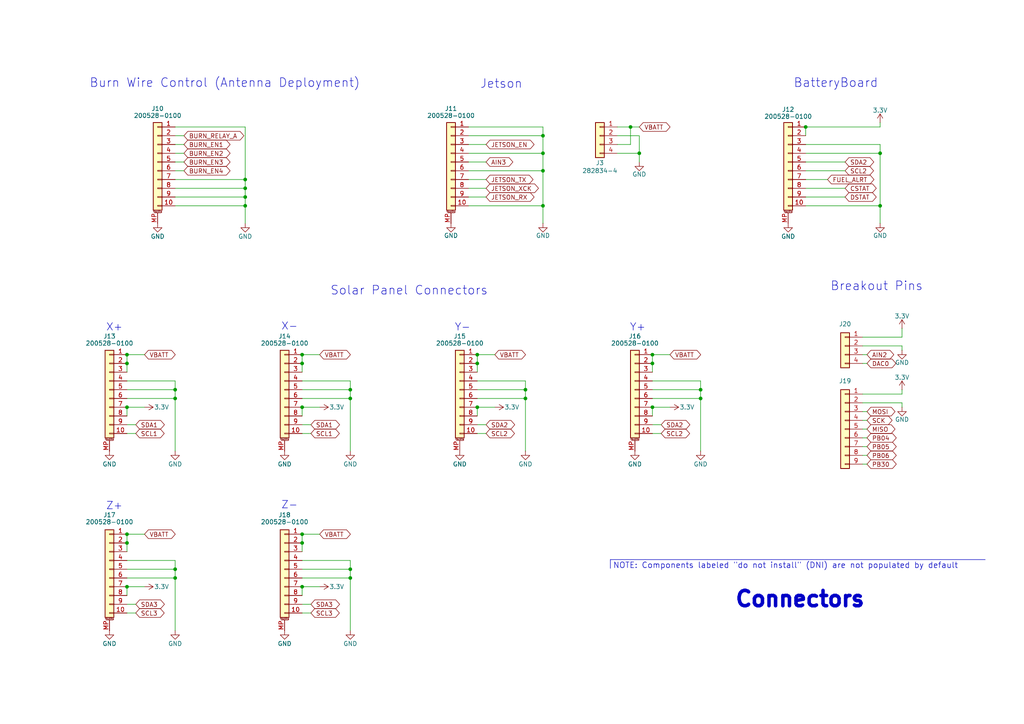
<source format=kicad_sch>
(kicad_sch (version 20231120) (generator "eeschema") (generator_version "8.0")
  (paper "A4")
  (title_block (title "Mainboard") (date "2024-06-16") (rev "v1.1") (company "Argus-1") (comment 1 "M. Holliday") (comment 2 "N. Khera"))
  (lib_symbols
    (symbol "Connector_Generic:Conn_01x04" (pin_names (offset 1.016) hide)
      (property "Reference" "J" (at 0 5.08 0))
      (property "Value" "Conn_01x04" (at 0 -7.62 0))
      (symbol "Conn_01x04_1_1"
        (rectangle (start -1.27 -4.953) (end 0 -5.207) (stroke (width 0.1524)))
        (rectangle (start -1.27 -2.413) (end 0 -2.667) (stroke (width 0.1524)))
        (rectangle (start -1.27 0.127) (end 0 -0.127) (stroke (width 0.1524)))
        (rectangle (start -1.27 2.667) (end 0 2.413) (stroke (width 0.1524)))
        (rectangle (start -1.27 3.81) (end 1.27 -6.35) (stroke (width 0.254)) (fill (type background)))
        (pin passive line (at -5.08 2.54 0) (length 3.81) (name "Pin_1") (number "1"))
        (pin passive line (at -5.08 0 0) (length 3.81) (name "Pin_2") (number "2"))
        (pin passive line (at -5.08 -2.54 0) (length 3.81) (name "Pin_3") (number "3"))
        (pin passive line (at -5.08 -5.08 0) (length 3.81) (name "Pin_4") (number "4"))
      )
    )
    (symbol "Connector_Generic:Conn_01x09" (pin_names (offset 1.016) hide)
      (property "Reference" "J" (at 0 12.7 0))
      (property "Value" "Conn_01x09" (at 0 -12.7 0))
      (symbol "Conn_01x09_1_1"
        (rectangle (start -1.27 -10.033) (end 0 -10.287) (stroke (width 0.1524)))
        (rectangle (start -1.27 -7.493) (end 0 -7.747) (stroke (width 0.1524)))
        (rectangle (start -1.27 -4.953) (end 0 -5.207) (stroke (width 0.1524)))
        (rectangle (start -1.27 -2.413) (end 0 -2.667) (stroke (width 0.1524)))
        (rectangle (start -1.27 0.127) (end 0 -0.127) (stroke (width 0.1524)))
        (rectangle (start -1.27 2.667) (end 0 2.413) (stroke (width 0.1524)))
        (rectangle (start -1.27 5.207) (end 0 4.953) (stroke (width 0.1524)))
        (rectangle (start -1.27 7.747) (end 0 7.493) (stroke (width 0.1524)))
        (rectangle (start -1.27 10.287) (end 0 10.033) (stroke (width 0.1524)))
        (rectangle (start -1.27 11.43) (end 1.27 -11.43) (stroke (width 0.254)) (fill (type background)))
        (pin passive line (at -5.08 10.16 0) (length 3.81) (name "Pin_1") (number "1"))
        (pin passive line (at -5.08 7.62 0) (length 3.81) (name "Pin_2") (number "2"))
        (pin passive line (at -5.08 5.08 0) (length 3.81) (name "Pin_3") (number "3"))
        (pin passive line (at -5.08 2.54 0) (length 3.81) (name "Pin_4") (number "4"))
        (pin passive line (at -5.08 0 0) (length 3.81) (name "Pin_5") (number "5"))
        (pin passive line (at -5.08 -2.54 0) (length 3.81) (name "Pin_6") (number "6"))
        (pin passive line (at -5.08 -5.08 0) (length 3.81) (name "Pin_7") (number "7"))
        (pin passive line (at -5.08 -7.62 0) (length 3.81) (name "Pin_8") (number "8"))
        (pin passive line (at -5.08 -10.16 0) (length 3.81) (name "Pin_9") (number "9"))
      )
    )
    (symbol "Connector_Generic_MountingPin:Conn_01x10_MountingPin" (pin_names (offset 1.016) hide)
      (property "Reference" "J" (at 0 12.7 0))
      (property "Value" "Conn_01x10_MountingPin" (at 1.27 -15.24 0))
      (symbol "Conn_01x10_MountingPin_1_1"
        (rectangle (start -1.27 -12.573) (end 0 -12.827) (stroke (width 0.1524)))
        (rectangle (start -1.27 -10.033) (end 0 -10.287) (stroke (width 0.1524)))
        (rectangle (start -1.27 -7.493) (end 0 -7.747) (stroke (width 0.1524)))
        (rectangle (start -1.27 -4.953) (end 0 -5.207) (stroke (width 0.1524)))
        (rectangle (start -1.27 -2.413) (end 0 -2.667) (stroke (width 0.1524)))
        (rectangle (start -1.27 0.127) (end 0 -0.127) (stroke (width 0.1524)))
        (rectangle (start -1.27 2.667) (end 0 2.413) (stroke (width 0.1524)))
        (rectangle (start -1.27 5.207) (end 0 4.953) (stroke (width 0.1524)))
        (rectangle (start -1.27 7.747) (end 0 7.493) (stroke (width 0.1524)))
        (rectangle (start -1.27 10.287) (end 0 10.033) (stroke (width 0.1524)))
        (rectangle (start -1.27 11.43) (end 1.27 -13.97) (stroke (width 0.254)) (fill (type background)))
        (polyline (pts (xy -1.016 -14.732) (xy 1.016 -14.732)) (stroke (width 0.1524)))
        (text "Mounting" (at 0 -14.351 0) (effects (font (size 0.381 0.381))))
        (pin passive line (at -5.08 10.16 0) (length 3.81) (name "Pin_1") (number "1"))
        (pin passive line (at -5.08 -12.7 0) (length 3.81) (name "Pin_10") (number "10"))
        (pin passive line (at -5.08 7.62 0) (length 3.81) (name "Pin_2") (number "2"))
        (pin passive line (at -5.08 5.08 0) (length 3.81) (name "Pin_3") (number "3"))
        (pin passive line (at -5.08 2.54 0) (length 3.81) (name "Pin_4") (number "4"))
        (pin passive line (at -5.08 0 0) (length 3.81) (name "Pin_5") (number "5"))
        (pin passive line (at -5.08 -2.54 0) (length 3.81) (name "Pin_6") (number "6"))
        (pin passive line (at -5.08 -5.08 0) (length 3.81) (name "Pin_7") (number "7"))
        (pin passive line (at -5.08 -7.62 0) (length 3.81) (name "Pin_8") (number "8"))
        (pin passive line (at -5.08 -10.16 0) (length 3.81) (name "Pin_9") (number "9"))
        (pin passive line (at 0 -17.78 90) (length 3.048) (name "MountPin") (number "MP"))
      )
    )
    (symbol "NDS8434_1" (pin_names (offset 1.016))
      (symbol "NDS8434_1_0_0"
        (polyline (pts (xy -7.62 -10.16) (xy -7.62 10.16)) (stroke (width 0.254)))
        (polyline (pts (xy -7.62 10.16) (xy 7.62 10.16)) (stroke (width 0.254)))
        (polyline (pts (xy 7.62 -10.16) (xy -7.62 -10.16)) (stroke (width 0.254)))
        (polyline (pts (xy 7.62 10.16) (xy 7.62 -10.16)) (stroke (width 0.254)))
        (pin bidirectional line (at -12.7 7.62 0) (length 5.08) (name "Source") (number "1"))
        (pin bidirectional line (at -12.7 2.54 0) (length 5.08) (name "Source") (number "2"))
        (pin bidirectional line (at -12.7 -2.54 0) (length 5.08) (name "Source") (number "3"))
        (pin bidirectional line (at -12.7 -7.62 0) (length 5.08) (name "Gate") (number "4"))
        (pin bidirectional line (at 12.7 7.62 180) (length 5.08) (name "Drain") (number "5"))
        (pin bidirectional line (at 12.7 2.54 180) (length 5.08) (name "Drain") (number "6"))
        (pin bidirectional line (at 12.7 -7.62 180) (length 5.08) (name "Drain") (number "7"))
        (pin bidirectional line (at 12.7 -2.54 180) (length 5.08) (name "Drain") (number "8"))
      )
    )
    (symbol "NDS8434_2" (pin_names (offset 1.016))
      (symbol "NDS8434_2_0_0"
        (polyline (pts (xy -7.62 -10.16) (xy -7.62 10.16)) (stroke (width 0.254)))
        (polyline (pts (xy -7.62 10.16) (xy 7.62 10.16)) (stroke (width 0.254)))
        (polyline (pts (xy 7.62 -10.16) (xy -7.62 -10.16)) (stroke (width 0.254)))
        (polyline (pts (xy 7.62 10.16) (xy 7.62 -10.16)) (stroke (width 0.254)))
        (pin bidirectional line (at -12.7 7.62 0) (length 5.08) (name "Source") (number "1"))
        (pin bidirectional line (at -12.7 2.54 0) (length 5.08) (name "Source") (number "2"))
        (pin bidirectional line (at -12.7 -2.54 0) (length 5.08) (name "Source") (number "3"))
        (pin bidirectional line (at -12.7 -7.62 0) (length 5.08) (name "Gate") (number "4"))
        (pin bidirectional line (at 12.7 7.62 180) (length 5.08) (name "Drain") (number "5"))
        (pin bidirectional line (at 12.7 2.54 180) (length 5.08) (name "Drain") (number "6"))
        (pin bidirectional line (at 12.7 -7.62 180) (length 5.08) (name "Drain") (number "7"))
        (pin bidirectional line (at 12.7 -2.54 180) (length 5.08) (name "Drain") (number "8"))
      )
    )
    (symbol "power:+3.3V" (power) (pin_numbers hide) (pin_names (offset 0) hide)
      (property "Value" "+3.3V" (at 0 3.556 0))
      (symbol "+3.3V_0_1"
        (polyline (pts (xy -0.762 1.27) (xy 0 2.54)))
        (polyline (pts (xy 0 0) (xy 0 2.54)))
        (polyline (pts (xy 0 2.54) (xy 0.762 1.27)))
      )
      (symbol "+3.3V_1_1"
        (pin power_in line (at 0 0 90) (length 0) (name "~") (number "1"))
      )
    )
    (symbol "power:GND" (power) (pin_numbers hide) (pin_names (offset 0) hide)
      (property "Value" "GND" (at 0 -3.81 0))
      (symbol "GND_0_1"
        (polyline (pts (xy 0 0) (xy 0 -1.27) (xy 1.27 -1.27) (xy 0 -2.54) (xy -1.27 -1.27) (xy 0 -1.27)))
      )
      (symbol "GND_1_1"
        (pin power_in line (at 0 0 270) (length 0) (name "~") (number "1"))
      )
    )
  )
  (junction (at 152.4 113.03))
  (junction (at 157.48 59.69))
  (junction (at 255.27 59.69))
  (junction (at 157.48 49.53))
  (junction (at 87.63 154.94))
  (junction (at 36.83 157.48))
  (junction (at 233.68 36.83))
  (junction (at 87.63 105.41))
  (junction (at 36.83 105.41))
  (junction (at 189.23 102.87))
  (junction (at 36.83 170.18))
  (junction (at 71.12 52.07))
  (junction (at 138.43 102.87))
  (junction (at 203.2 115.57))
  (junction (at 138.43 105.41))
  (junction (at 185.42 44.45))
  (junction (at 101.6 113.03))
  (junction (at 36.83 118.11))
  (junction (at 182.88 36.83))
  (junction (at 36.83 154.94))
  (junction (at 50.8 165.1))
  (junction (at 71.12 59.69))
  (junction (at 101.6 167.64))
  (junction (at 152.4 115.57))
  (junction (at 87.63 118.11))
  (junction (at 87.63 102.87))
  (junction (at 189.23 105.41))
  (junction (at 50.8 113.03))
  (junction (at 203.2 113.03))
  (junction (at 71.12 54.61))
  (junction (at 138.43 118.11))
  (junction (at 255.27 44.45))
  (junction (at 50.8 167.64))
  (junction (at 50.8 115.57))
  (junction (at 101.6 115.57))
  (junction (at 36.83 102.87))
  (junction (at 157.48 39.37))
  (junction (at 71.12 57.15))
  (junction (at 87.63 157.48))
  (junction (at 101.6 165.1))
  (junction (at 189.23 118.11))
  (junction (at 157.48 44.45))
  (junction (at 87.63 170.18))
  (wire (pts (xy 135.89 36.83) (xy 157.48 36.83)))
  (wire (pts (xy 255.27 44.45) (xy 255.27 41.91)))
  (wire (pts (xy 39.37 177.8) (xy 36.83 177.8)))
  (wire (pts (xy 138.43 102.87) (xy 143.51 102.87)))
  (wire (pts (xy 36.83 102.87) (xy 36.83 105.41)))
  (wire (pts (xy 50.8 36.83) (xy 71.12 36.83)))
  (wire (pts (xy 39.37 123.19) (xy 36.83 123.19)))
  (wire (pts (xy 191.77 123.19) (xy 189.23 123.19)))
  (wire (pts (xy 36.83 165.1) (xy 50.8 165.1)))
  (wire (pts (xy 87.63 165.1) (xy 101.6 165.1)))
  (wire (pts (xy 90.17 125.73) (xy 87.63 125.73)))
  (wire (pts (xy 87.63 102.87) (xy 87.63 105.41)))
  (wire (pts (xy 87.63 118.11) (xy 87.63 120.65)))
  (wire (pts (xy 53.34 44.45) (xy 50.8 44.45)))
  (wire (pts (xy 50.8 52.07) (xy 71.12 52.07)))
  (wire (pts (xy 140.97 125.73) (xy 138.43 125.73)))
  (wire (pts (xy 138.43 118.11) (xy 138.43 120.65)))
  (wire (pts (xy 90.17 177.8) (xy 87.63 177.8)))
  (wire (pts (xy 87.63 115.57) (xy 101.6 115.57)))
  (wire (pts (xy 250.19 129.54) (xy 251.46 129.54)))
  (wire (pts (xy 189.23 105.41) (xy 189.23 107.95)))
  (wire (pts (xy 135.89 57.15) (xy 140.97 57.15)))
  (wire (pts (xy 250.19 116.84) (xy 261.62 116.84)))
  (wire (pts (xy 135.89 59.69) (xy 157.48 59.69)))
  (wire (pts (xy 135.89 39.37) (xy 157.48 39.37)))
  (wire (pts (xy 152.4 113.03) (xy 152.4 115.57)))
  (wire (pts (xy 53.34 39.37) (xy 50.8 39.37)))
  (wire (pts (xy 250.19 97.79) (xy 261.62 97.79)))
  (wire (pts (xy 87.63 110.49) (xy 101.6 110.49)))
  (wire (pts (xy 50.8 57.15) (xy 71.12 57.15)))
  (wire (pts (xy 36.83 113.03) (xy 50.8 113.03)))
  (wire (pts (xy 87.63 154.94) (xy 87.63 157.48)))
  (wire (pts (xy 250.19 124.46) (xy 251.46 124.46)))
  (wire (pts (xy 36.83 157.48) (xy 36.83 160.02)))
  (wire (pts (xy 179.07 36.83) (xy 182.88 36.83)))
  (wire (pts (xy 50.8 110.49) (xy 50.8 113.03)))
  (wire (pts (xy 250.19 105.41) (xy 251.46 105.41)))
  (wire (pts (xy 233.68 36.83) (xy 255.27 36.83)))
  (wire (pts (xy 261.62 95.25) (xy 261.62 97.79)))
  (wire (pts (xy 53.34 49.53) (xy 50.8 49.53)))
  (wire (pts (xy 101.6 113.03) (xy 101.6 115.57)))
  (wire (pts (xy 135.89 54.61) (xy 140.97 54.61)))
  (wire (pts (xy 233.68 57.15) (xy 245.11 57.15)))
  (wire (pts (xy 250.19 114.3) (xy 261.62 114.3)))
  (wire (pts (xy 53.34 46.99) (xy 50.8 46.99)))
  (wire (pts (xy 189.23 118.11) (xy 189.23 120.65)))
  (wire (pts (xy 39.37 175.26) (xy 36.83 175.26)))
  (wire (pts (xy 39.37 125.73) (xy 36.83 125.73)))
  (wire (pts (xy 250.19 119.38) (xy 251.46 119.38)))
  (wire (pts (xy 233.68 49.53) (xy 245.11 49.53)))
  (wire (pts (xy 50.8 167.64) (xy 50.8 182.88)))
  (wire (pts (xy 140.97 41.91) (xy 135.89 41.91)))
  (wire (pts (xy 233.68 54.61) (xy 245.11 54.61)))
  (wire (pts (xy 135.89 49.53) (xy 157.48 49.53)))
  (wire (pts (xy 135.89 52.07) (xy 140.97 52.07)))
  (wire (pts (xy 250.19 121.92) (xy 251.46 121.92)))
  (wire (pts (xy 203.2 115.57) (xy 203.2 130.81)))
  (wire (pts (xy 140.97 123.19) (xy 138.43 123.19)))
  (wire (pts (xy 36.83 102.87) (xy 41.91 102.87)))
  (wire (pts (xy 203.2 113.03) (xy 203.2 115.57)))
  (wire (pts (xy 189.23 113.03) (xy 203.2 113.03)))
  (polyline (pts (xy 177.038 164.846) (xy 177.038 162.306)))
  (wire (pts (xy 152.4 115.57) (xy 152.4 130.81)))
  (wire (pts (xy 179.07 44.45) (xy 185.42 44.45)))
  (wire (pts (xy 189.23 110.49) (xy 203.2 110.49)))
  (wire (pts (xy 36.83 167.64) (xy 50.8 167.64)))
  (wire (pts (xy 255.27 64.77) (xy 255.27 59.69)))
  (wire (pts (xy 36.83 162.56) (xy 50.8 162.56)))
  (wire (pts (xy 138.43 115.57) (xy 152.4 115.57)))
  (wire (pts (xy 233.68 52.07) (xy 240.03 52.07)))
  (wire (pts (xy 261.62 100.33) (xy 261.62 101.6)))
  (wire (pts (xy 185.42 44.45) (xy 185.42 46.99)))
  (wire (pts (xy 157.48 36.83) (xy 157.48 39.37)))
  (wire (pts (xy 250.19 102.87) (xy 251.46 102.87)))
  (wire (pts (xy 36.83 154.94) (xy 36.83 157.48)))
  (wire (pts (xy 71.12 36.83) (xy 71.12 52.07)))
  (wire (pts (xy 71.12 57.15) (xy 71.12 59.69)))
  (wire (pts (xy 250.19 134.62) (xy 251.46 134.62)))
  (wire (pts (xy 255.27 59.69) (xy 255.27 44.45)))
  (wire (pts (xy 233.68 41.91) (xy 255.27 41.91)))
  (wire (pts (xy 87.63 105.41) (xy 87.63 107.95)))
  (wire (pts (xy 71.12 59.69) (xy 71.12 64.77)))
  (wire (pts (xy 87.63 157.48) (xy 87.63 160.02)))
  (wire (pts (xy 41.91 118.11) (xy 36.83 118.11)))
  (wire (pts (xy 87.63 102.87) (xy 92.71 102.87)))
  (wire (pts (xy 157.48 49.53) (xy 157.48 59.69)))
  (wire (pts (xy 101.6 165.1) (xy 101.6 167.64)))
  (wire (pts (xy 101.6 167.64) (xy 101.6 182.88)))
  (wire (pts (xy 87.63 154.94) (xy 92.71 154.94)))
  (wire (pts (xy 182.88 41.91) (xy 182.88 36.83)))
  (wire (pts (xy 50.8 165.1) (xy 50.8 167.64)))
  (wire (pts (xy 101.6 162.56) (xy 101.6 165.1)))
  (wire (pts (xy 157.48 39.37) (xy 157.48 44.45)))
  (wire (pts (xy 135.89 44.45) (xy 157.48 44.45)))
  (wire (pts (xy 250.19 132.08) (xy 251.46 132.08)))
  (wire (pts (xy 189.23 102.87) (xy 189.23 105.41)))
  (wire (pts (xy 71.12 52.07) (xy 71.12 54.61)))
  (wire (pts (xy 36.83 154.94) (xy 41.91 154.94)))
  (wire (pts (xy 92.71 170.18) (xy 87.63 170.18)))
  (wire (pts (xy 189.23 115.57) (xy 203.2 115.57)))
  (wire (pts (xy 87.63 162.56) (xy 101.6 162.56)))
  (wire (pts (xy 36.83 115.57) (xy 50.8 115.57)))
  (wire (pts (xy 157.48 59.69) (xy 157.48 64.77)))
  (wire (pts (xy 36.83 105.41) (xy 36.83 107.95)))
  (wire (pts (xy 36.83 170.18) (xy 36.83 172.72)))
  (wire (pts (xy 233.68 59.69) (xy 255.27 59.69)))
  (wire (pts (xy 101.6 115.57) (xy 101.6 130.81)))
  (wire (pts (xy 41.91 170.18) (xy 36.83 170.18)))
  (wire (pts (xy 87.63 113.03) (xy 101.6 113.03)))
  (wire (pts (xy 71.12 54.61) (xy 71.12 57.15)))
  (wire (pts (xy 50.8 115.57) (xy 50.8 130.81)))
  (wire (pts (xy 36.83 118.11) (xy 36.83 120.65)))
  (wire (pts (xy 138.43 110.49) (xy 152.4 110.49)))
  (wire (pts (xy 261.62 113.03) (xy 261.62 114.3)))
  (wire (pts (xy 250.19 100.33) (xy 261.62 100.33)))
  (wire (pts (xy 185.42 39.37) (xy 185.42 44.45)))
  (wire (pts (xy 179.07 41.91) (xy 182.88 41.91)))
  (wire (pts (xy 179.07 39.37) (xy 185.42 39.37)))
  (wire (pts (xy 233.68 36.83) (xy 233.68 39.37)))
  (wire (pts (xy 92.71 118.11) (xy 87.63 118.11)))
  (wire (pts (xy 135.89 46.99) (xy 140.97 46.99)))
  (wire (pts (xy 182.88 36.83) (xy 185.42 36.83)))
  (wire (pts (xy 50.8 59.69) (xy 71.12 59.69)))
  (wire (pts (xy 157.48 44.45) (xy 157.48 49.53)))
  (wire (pts (xy 261.62 116.84) (xy 261.62 118.11)))
  (wire (pts (xy 203.2 110.49) (xy 203.2 113.03)))
  (wire (pts (xy 87.63 167.64) (xy 101.6 167.64)))
  (wire (pts (xy 90.17 123.19) (xy 87.63 123.19)))
  (wire (pts (xy 87.63 170.18) (xy 87.63 172.72)))
  (wire (pts (xy 191.77 125.73) (xy 189.23 125.73)))
  (wire (pts (xy 233.68 44.45) (xy 255.27 44.45)))
  (wire (pts (xy 255.27 36.83) (xy 255.27 35.56)))
  (wire (pts (xy 138.43 113.03) (xy 152.4 113.03)))
  (wire (pts (xy 250.19 127) (xy 251.46 127)))
  (wire (pts (xy 138.43 102.87) (xy 138.43 105.41)))
  (wire (pts (xy 138.43 105.41) (xy 138.43 107.95)))
  (wire (pts (xy 50.8 113.03) (xy 50.8 115.57)))
  (wire (pts (xy 50.8 162.56) (xy 50.8 165.1)))
  (polyline (pts (xy 177.038 162.306) (xy 285.75 162.306)))
  (wire (pts (xy 152.4 110.49) (xy 152.4 113.03)))
  (wire (pts (xy 90.17 175.26) (xy 87.63 175.26)))
  (wire (pts (xy 53.34 41.91) (xy 50.8 41.91)))
  (wire (pts (xy 194.31 118.11) (xy 189.23 118.11)))
  (wire (pts (xy 189.23 102.87) (xy 194.31 102.87)))
  (wire (pts (xy 233.68 46.99) (xy 245.11 46.99)))
  (wire (pts (xy 143.51 118.11) (xy 138.43 118.11)))
  (wire (pts (xy 50.8 54.61) (xy 71.12 54.61)))
  (wire (pts (xy 36.83 110.49) (xy 50.8 110.49)))
  (wire (pts (xy 101.6 110.49) (xy 101.6 113.03)))
  (text "BatteryBoard" (at 230.124 25.654 0) (effects (font (size 2.54 2.54)) (justify left bottom)))
  (text "Z+" (at 30.734 148.082 0) (effects (font (size 2.159 2.159)) (justify left bottom)))
  (text "Burn Wire Control (Antenna Deployment)" (at 25.908 25.654 0) (effects (font (size 2.54 2.54)) (justify left bottom)))
  (text "Connectors" (at 212.852 176.53 0) (effects (font (size 4.445 4.445) (thickness 1.016) (bold yes)) (justify left bottom)))
  (text "NOTE: Components labeled \"do not install\" (DNI) are not populated by default" (at 177.8 165.1 0) (effects (font (size 1.651 1.651)) (justify left bottom)))
  (text "X-" (at 81.534 96.012 0) (effects (font (size 2.159 2.159)) (justify left bottom)))
  (text "Y-" (at 131.826 96.266 0) (effects (font (size 2.159 2.159)) (justify left bottom)))
  (text "Y+" (at 182.626 96.266 0) (effects (font (size 2.159 2.159)) (justify left bottom)))
  (text "X+" (at 30.734 96.266 0) (effects (font (size 2.159 2.159)) (justify left bottom)))
  (text "Solar Panel Connectors" (at 95.758 85.852 0) (effects (font (size 2.54 2.54)) (justify left bottom)))
  (text "Breakout Pins" (at 240.792 84.582 0) (effects (font (size 2.54 2.54)) (justify left bottom)))
  (text "Jetson" (at 139.192 25.908 0) (effects (font (size 2.54 2.54)) (justify left bottom)))
  (text "Z-" (at 81.534 147.828 0) (effects (font (size 2.159 2.159)) (justify left bottom)))
  (global_label "SCL2" (shape bidirectional) (at 191.77 125.73 0) (property "Intersheetrefs" "${INTERSHEET_REFS}" (effects (hide yes))))
  (global_label "VBATT" (shape bidirectional) (at 185.42 36.83 0) (property "Intersheetrefs" "${INTERSHEET_REFS}" (effects (hide yes))))
  (global_label "PB30" (shape bidirectional) (at 251.46 134.62 0) (property "Intersheetrefs" "${INTERSHEET_REFS}" (effects (hide yes))))
  (global_label "DAC0" (shape bidirectional) (at 251.46 105.41 0) (property "Intersheetrefs" "${INTERSHEET_REFS}" (effects (hide yes))))
  (global_label "SCL1" (shape bidirectional) (at 39.37 125.73 0) (property "Intersheetrefs" "${INTERSHEET_REFS}" (effects (hide yes))))
  (global_label "PB06" (shape bidirectional) (at 251.46 132.08 0) (property "Intersheetrefs" "${INTERSHEET_REFS}" (effects (hide yes))))
  (global_label "PB05" (shape bidirectional) (at 251.46 129.54 0) (property "Intersheetrefs" "${INTERSHEET_REFS}" (effects (hide yes))))
  (global_label "DSTAT" (shape bidirectional) (at 245.11 57.15 0) (property "Intersheetrefs" "${INTERSHEET_REFS}" (effects (hide yes))))
  (global_label "SCK" (shape bidirectional) (at 251.46 121.92 0) (property "Intersheetrefs" "${INTERSHEET_REFS}" (effects (hide yes))))
  (global_label "SDA1" (shape bidirectional) (at 39.37 123.19 0) (property "Intersheetrefs" "${INTERSHEET_REFS}" (effects (hide yes))))
  (global_label "JETSON_EN" (shape bidirectional) (at 140.97 41.91 0) (property "Intersheetrefs" "${INTERSHEET_REFS}" (effects (hide yes))))
  (global_label "BURN_RELAY_A" (shape bidirectional) (at 53.34 39.37 0) (property "Intersheetrefs" "${INTERSHEET_REFS}" (effects (hide yes))))
  (global_label "SCL1" (shape bidirectional) (at 90.17 125.73 0) (property "Intersheetrefs" "${INTERSHEET_REFS}" (effects (hide yes))))
  (global_label "JETSON_XCK" (shape bidirectional) (at 140.97 54.61 0) (property "Intersheetrefs" "${INTERSHEET_REFS}" (effects (hide yes))))
  (global_label "VBATT" (shape bidirectional) (at 41.91 154.94 0) (property "Intersheetrefs" "${INTERSHEET_REFS}" (effects (hide yes))))
  (global_label "MOSI" (shape bidirectional) (at 251.46 119.38 0) (property "Intersheetrefs" "${INTERSHEET_REFS}" (effects (hide yes))))
  (global_label "MISO" (shape bidirectional) (at 251.46 124.46 0) (property "Intersheetrefs" "${INTERSHEET_REFS}" (effects (hide yes))))
  (global_label "SDA1" (shape bidirectional) (at 90.17 123.19 0) (property "Intersheetrefs" "${INTERSHEET_REFS}" (effects (hide yes))))
  (global_label "SCL3" (shape bidirectional) (at 90.17 177.8 0) (property "Intersheetrefs" "${INTERSHEET_REFS}" (effects (hide yes))))
  (global_label "VBATT" (shape bidirectional) (at 92.71 154.94 0) (property "Intersheetrefs" "${INTERSHEET_REFS}" (effects (hide yes))))
  (global_label "BURN_EN4" (shape bidirectional) (at 53.34 49.53 0) (property "Intersheetrefs" "${INTERSHEET_REFS}" (effects (hide yes))))
  (global_label "FUEL_ALRT" (shape bidirectional) (at 240.03 52.07 0) (property "Intersheetrefs" "${INTERSHEET_REFS}" (effects (hide yes))))
  (global_label "BURN_EN3" (shape bidirectional) (at 53.34 46.99 0) (property "Intersheetrefs" "${INTERSHEET_REFS}" (effects (hide yes))))
  (global_label "SDA2" (shape bidirectional) (at 245.11 46.99 0) (property "Intersheetrefs" "${INTERSHEET_REFS}" (effects (hide yes))))
  (global_label "SCL2" (shape bidirectional) (at 140.97 125.73 0) (property "Intersheetrefs" "${INTERSHEET_REFS}" (effects (hide yes))))
  (global_label "JETSON_RX" (shape bidirectional) (at 140.97 57.15 0) (property "Intersheetrefs" "${INTERSHEET_REFS}" (effects (hide yes))))
  (global_label "BURN_EN1" (shape bidirectional) (at 53.34 41.91 0) (property "Intersheetrefs" "${INTERSHEET_REFS}" (effects (hide yes))))
  (global_label "SDA3" (shape bidirectional) (at 39.37 175.26 0) (property "Intersheetrefs" "${INTERSHEET_REFS}" (effects (hide yes))))
  (global_label "JETSON_TX" (shape bidirectional) (at 140.97 52.07 0) (property "Intersheetrefs" "${INTERSHEET_REFS}" (effects (hide yes))))
  (global_label "AIN2" (shape bidirectional) (at 251.46 102.87 0) (property "Intersheetrefs" "${INTERSHEET_REFS}" (effects (hide yes))))
  (global_label "SDA2" (shape bidirectional) (at 140.97 123.19 0) (property "Intersheetrefs" "${INTERSHEET_REFS}" (effects (hide yes))))
  (global_label "SDA3" (shape bidirectional) (at 90.17 175.26 0) (property "Intersheetrefs" "${INTERSHEET_REFS}" (effects (hide yes))))
  (global_label "VBATT" (shape bidirectional) (at 143.51 102.87 0) (property "Intersheetrefs" "${INTERSHEET_REFS}" (effects (hide yes))))
  (global_label "SCL3" (shape bidirectional) (at 39.37 177.8 0) (property "Intersheetrefs" "${INTERSHEET_REFS}" (effects (hide yes))))
  (global_label "VBATT" (shape bidirectional) (at 92.71 102.87 0) (property "Intersheetrefs" "${INTERSHEET_REFS}" (effects (hide yes))))
  (global_label "VBATT" (shape bidirectional) (at 41.91 102.87 0) (property "Intersheetrefs" "${INTERSHEET_REFS}" (effects (hide yes))))
  (global_label "BURN_EN2" (shape bidirectional) (at 53.34 44.45 0) (property "Intersheetrefs" "${INTERSHEET_REFS}" (effects (hide yes))))
  (global_label "AIN3" (shape bidirectional) (at 140.97 46.99 0) (property "Intersheetrefs" "${INTERSHEET_REFS}" (effects (hide yes))))
  (global_label "CSTAT" (shape bidirectional) (at 245.11 54.61 0) (property "Intersheetrefs" "${INTERSHEET_REFS}" (effects (hide yes))))
  (global_label "VBATT" (shape bidirectional) (at 194.31 102.87 0) (property "Intersheetrefs" "${INTERSHEET_REFS}" (effects (hide yes))))
  (global_label "PB04" (shape bidirectional) (at 251.46 127 0) (property "Intersheetrefs" "${INTERSHEET_REFS}" (effects (hide yes))))
  (global_label "SCL2" (shape bidirectional) (at 245.11 49.53 0) (property "Intersheetrefs" "${INTERSHEET_REFS}" (effects (hide yes))))
  (global_label "SDA2" (shape bidirectional) (at 191.77 123.19 0) (property "Intersheetrefs" "${INTERSHEET_REFS}" (effects (hide yes))))
  (symbol (lib_id "Connector_Generic_MountingPin:Conn_01x10_MountingPin") (at 82.55 165.1 0) (mirror y) (unit 1)
    (property "Reference" "J18" (at 82.55 149.352 0))
    (property "Value" "200528-0100" (at 82.55 151.384 0))
    (property "Footprint" "Connector_FFC-FPC:Molex_200528-0100_1x10-1MP_P1.00mm_Horizontal" (effects (hide yes)))
    (property "Description" "Generic connectable mounting pin connector, single row, 01x10, script generated (kicad-library-utils/schlib/autogen/connector/)" (effects (hide yes)))
  )
  (symbol (lib_id "Connector_Generic:Conn_01x04") (at 245.11 100.33 0) (mirror y) (unit 1)
    (property "Reference" "J20" (at 245.11 93.98 0))
    (property "Value" "Conn_01x04" (effects (hide yes)))
    (property "Footprint" "Connector_PinHeader_2.54mm:PinHeader_1x04_P2.54mm_Vertical" (effects (hide yes)))
    (property "Description" "Generic connector, single row, 01x04, script generated (kicad-library-utils/schlib/autogen/connector/)" (effects (hide yes)))
  )
  (symbol (lib_id "power:GND") (at 261.62 101.6 0) (unit 1)
    (property "Reference" "#PWR084" (effects (hide yes)))
    (property "Value" "GND" (at 261.62 105.156 0))
    (property "Description" "Power symbol creates a global label with name \"GND\" , ground" (effects (hide yes)))
  )
  (symbol (lib_id "power:GND") (at 185.42 46.99 0) (unit 1)
    (property "Reference" "#PWR08" (effects (hide yes)))
    (property "Value" "GND" (at 185.42 50.546 0))
    (property "Description" "Power symbol creates a global label with name \"GND\" , ground" (effects (hide yes)))
  )
  (symbol (lib_id "power:GND") (at 101.6 130.81 0) (unit 1)
    (property "Reference" "#PWR07" (effects (hide yes)))
    (property "Value" "GND" (at 101.6 134.62 0))
    (property "Description" "Power symbol creates a global label with name \"GND\" , ground" (effects (hide yes)))
  )
  (symbol (lib_id "power:+3.3V") (at 261.62 113.03 0) (unit 1)
    (property "Reference" "#SUPPLY032" (effects (hide yes)))
    (property "Value" "3.3V" (at 261.62 109.474 0))
    (property "Description" "Power symbol creates a global label with name \"+3.3V\"" (effects (hide yes)))
  )
  (symbol (lib_id "Connector_Generic_MountingPin:Conn_01x10_MountingPin") (at 82.55 113.03 0) (mirror y) (unit 1)
    (property "Reference" "J14" (at 82.55 97.536 0))
    (property "Value" "200528-0100" (at 82.55 99.568 0))
    (property "Footprint" "Connector_FFC-FPC:Molex_200528-0100_1x10-1MP_P1.00mm_Horizontal" (effects (hide yes)))
    (property "Description" "Generic connectable mounting pin connector, single row, 01x10, script generated (kicad-library-utils/schlib/autogen/connector/)" (effects (hide yes)))
  )
  (symbol (lib_id "power:GND") (at 31.75 130.81 0) (unit 1)
    (property "Reference" "#PWR038" (effects (hide yes)))
    (property "Value" "GND" (at 31.75 134.62 0))
    (property "Description" "Power symbol creates a global label with name \"GND\" , ground" (effects (hide yes)))
  )
  (symbol (lib_id "Connector_Generic_MountingPin:Conn_01x10_MountingPin") (at 228.6 46.99 0) (mirror y) (unit 1)
    (property "Reference" "J12" (at 228.6 31.75 0))
    (property "Value" "200528-0100" (at 228.6 33.782 0))
    (property "Footprint" "Connector_FFC-FPC:Molex_200528-0100_1x10-1MP_P1.00mm_Horizontal" (effects (hide yes)))
    (property "Description" "Generic connectable mounting pin connector, single row, 01x10, script generated (kicad-library-utils/schlib/autogen/connector/)" (effects (hide yes)))
  )
  (symbol (lib_id "power:GND") (at 45.72 64.77 0) (unit 1)
    (property "Reference" "#PWR036" (effects (hide yes)))
    (property "Value" "GND" (at 45.72 68.58 0))
    (property "Description" "Power symbol creates a global label with name \"GND\" , ground" (effects (hide yes)))
  )
  (symbol (lib_id "power:+3.3V") (at 194.31 118.11 270) (unit 1)
    (property "Reference" "#SUPPLY016" (effects (hide yes)))
    (property "Value" "3.3V" (at 197.104 118.11 90) (effects (justify left)))
    (property "Description" "Power symbol creates a global label with name \"+3.3V\"" (effects (hide yes)))
  )
  (symbol (lib_id "power:GND") (at 31.75 182.88 0) (unit 1)
    (property "Reference" "#PWR050" (effects (hide yes)))
    (property "Value" "GND" (at 31.75 186.69 0))
    (property "Description" "Power symbol creates a global label with name \"GND\" , ground" (effects (hide yes)))
  )
  (symbol (lib_id "power:GND") (at 71.12 64.77 0) (unit 1)
    (property "Reference" "#PWR037" (effects (hide yes)))
    (property "Value" "GND" (at 71.12 68.58 0))
    (property "Description" "Power symbol creates a global label with name \"GND\" , ground" (effects (hide yes)))
  )
  (symbol (lib_id "power:GND") (at 255.27 64.77 0) (unit 1)
    (property "Reference" "#PWR081" (effects (hide yes)))
    (property "Value" "GND" (at 255.27 68.326 0))
    (property "Description" "Power symbol creates a global label with name \"GND\" , ground" (effects (hide yes)))
  )
  (symbol (lib_id "power:GND") (at 152.4 130.81 0) (unit 1)
    (property "Reference" "#PWR039" (effects (hide yes)))
    (property "Value" "GND" (at 152.4 134.62 0))
    (property "Description" "Power symbol creates a global label with name \"GND\" , ground" (effects (hide yes)))
  )
  (symbol (lib_id "Connector_Generic_MountingPin:Conn_01x10_MountingPin") (at 31.75 113.03 0) (mirror y) (unit 1)
    (property "Reference" "J13" (at 31.75 97.536 0))
    (property "Value" "200528-0100" (at 31.75 99.568 0))
    (property "Footprint" "Connector_FFC-FPC:Molex_200528-0100_1x10-1MP_P1.00mm_Horizontal" (effects (hide yes)))
    (property "Description" "Generic connectable mounting pin connector, single row, 01x10, script generated (kicad-library-utils/schlib/autogen/connector/)" (effects (hide yes)))
  )
  (symbol (lib_id "power:GND") (at 184.15 130.81 0) (unit 1)
    (property "Reference" "#PWR047" (effects (hide yes)))
    (property "Value" "GND" (at 184.15 134.62 0))
    (property "Description" "Power symbol creates a global label with name \"GND\" , ground" (effects (hide yes)))
  )
  (symbol (lib_id "power:+3.3V") (at 92.71 118.11 270) (unit 1)
    (property "Reference" "#SUPPLY014" (effects (hide yes)))
    (property "Value" "3.3V" (at 95.504 118.11 90) (effects (justify left)))
    (property "Description" "Power symbol creates a global label with name \"+3.3V\"" (effects (hide yes)))
  )
  (symbol (lib_id "power:+3.3V") (at 261.62 95.25 0) (unit 1)
    (property "Reference" "#SUPPLY047" (effects (hide yes)))
    (property "Value" "3.3V" (at 261.62 91.694 0))
    (property "Description" "Power symbol creates a global label with name \"+3.3V\"" (effects (hide yes)))
  )
  (symbol (lib_id "power:GND") (at 50.8 130.81 0) (unit 1)
    (property "Reference" "#PWR041" (effects (hide yes)))
    (property "Value" "GND" (at 50.8 134.62 0))
    (property "Description" "Power symbol creates a global label with name \"GND\" , ground" (effects (hide yes)))
  )
  (symbol (lib_id "Connector_Generic_MountingPin:Conn_01x10_MountingPin") (at 130.81 46.99 0) (mirror y) (unit 1)
    (property "Reference" "J11" (at 130.81 31.496 0))
    (property "Value" "200528-0100" (at 130.81 33.528 0))
    (property "Footprint" "Connector_FFC-FPC:Molex_200528-0100_1x10-1MP_P1.00mm_Horizontal" (effects (hide yes)))
    (property "Description" "Generic connectable mounting pin connector, single row, 01x10, script generated (kicad-library-utils/schlib/autogen/connector/)" (effects (hide yes)))
  )
  (symbol (lib_id "power:GND") (at 203.2 130.81 0) (unit 1)
    (property "Reference" "#PWR046" (effects (hide yes)))
    (property "Value" "GND" (at 203.2 134.62 0))
    (property "Description" "Power symbol creates a global label with name \"GND\" , ground" (effects (hide yes)))
  )
  (symbol (lib_id "power:+3.3V") (at 92.71 170.18 270) (unit 1)
    (property "Reference" "#SUPPLY018" (effects (hide yes)))
    (property "Value" "3.3V" (at 95.504 170.18 90) (effects (justify left)))
    (property "Description" "Power symbol creates a global label with name \"+3.3V\"" (effects (hide yes)))
  )
  (symbol (lib_id "power:+3.3V") (at 255.27 35.56 0) (mirror y) (unit 1)
    (property "Reference" "#SUPPLY011" (effects (hide yes)))
    (property "Value" "3.3V" (at 255.27 32.004 0))
    (property "Description" "Power symbol creates a global label with name \"+3.3V\"" (effects (hide yes)))
  )
  (symbol (lib_id "power:GND") (at 133.35 130.81 0) (unit 1)
    (property "Reference" "#PWR044" (effects (hide yes)))
    (property "Value" "GND" (at 133.35 134.62 0))
    (property "Description" "Power symbol creates a global label with name \"GND\" , ground" (effects (hide yes)))
  )
  (symbol (lib_id "power:GND") (at 228.6 64.77 0) (unit 1)
    (property "Reference" "#PWR019" (effects (hide yes)))
    (property "Value" "GND" (at 228.6 68.58 0))
    (property "Description" "Power symbol creates a global label with name \"GND\" , ground" (effects (hide yes)))
  )
  (symbol (lib_id "power:+3.3V") (at 143.51 118.11 270) (unit 1)
    (property "Reference" "#SUPPLY015" (effects (hide yes)))
    (property "Value" "3.3V" (at 146.304 118.11 90) (effects (justify left)))
    (property "Description" "Power symbol creates a global label with name \"+3.3V\"" (effects (hide yes)))
  )
  (symbol (lib_id "power:GND") (at 82.55 130.81 0) (unit 1)
    (property "Reference" "#PWR042" (effects (hide yes)))
    (property "Value" "GND" (at 82.55 134.62 0))
    (property "Description" "Power symbol creates a global label with name \"GND\" , ground" (effects (hide yes)))
  )
  (symbol (lib_id "power:GND") (at 82.55 182.88 0) (unit 1)
    (property "Reference" "#PWR053" (effects (hide yes)))
    (property "Value" "GND" (at 82.55 186.69 0))
    (property "Description" "Power symbol creates a global label with name \"GND\" , ground" (effects (hide yes)))
  )
  (symbol (lib_id "Connector_Generic_MountingPin:Conn_01x10_MountingPin") (at 45.72 46.99 0) (mirror y) (unit 1)
    (property "Reference" "J10" (at 45.72 31.496 0))
    (property "Value" "200528-0100" (at 45.72 33.528 0))
    (property "Footprint" "Connector_FFC-FPC:Molex_200528-0100_1x10-1MP_P1.00mm_Horizontal" (effects (hide yes)))
    (property "Description" "Generic connectable mounting pin connector, single row, 01x10, script generated (kicad-library-utils/schlib/autogen/connector/)" (effects (hide yes)))
  )
  (symbol (lib_id "power:GND") (at 130.81 64.77 0) (unit 1)
    (property "Reference" "#PWR056" (effects (hide yes)))
    (property "Value" "GND" (at 130.81 68.326 0))
    (property "Description" "Power symbol creates a global label with name \"GND\" , ground" (effects (hide yes)))
  )
  (symbol (lib_id "power:GND") (at 101.6 182.88 0) (unit 1)
    (property "Reference" "#PWR052" (effects (hide yes)))
    (property "Value" "GND" (at 101.6 186.69 0))
    (property "Description" "Power symbol creates a global label with name \"GND\" , ground" (effects (hide yes)))
  )
  (symbol (lib_id "power:GND") (at 157.48 64.77 0) (unit 1)
    (property "Reference" "#PWR057" (effects (hide yes)))
    (property "Value" "GND" (at 157.48 68.326 0))
    (property "Description" "Power symbol creates a global label with name \"GND\" , ground" (effects (hide yes)))
  )
  (symbol (lib_id "power:+3.3V") (at 41.91 170.18 270) (unit 1)
    (property "Reference" "#SUPPLY017" (effects (hide yes)))
    (property "Value" "3.3V" (at 44.704 170.18 90) (effects (justify left)))
    (property "Description" "Power symbol creates a global label with name \"+3.3V\"" (effects (hide yes)))
  )
  (symbol (lib_id "Connector_Generic:Conn_01x09") (at 245.11 124.46 0) (mirror y) (unit 1)
    (property "Reference" "J19" (at 245.11 110.49 0))
    (property "Value" "Conn_01x09" (effects (hide yes)))
    (property "Footprint" "Connector_PinHeader_2.54mm:PinHeader_1x09_P2.54mm_Vertical" (effects (hide yes)))
    (property "Description" "Generic connector, single row, 01x09, script generated (kicad-library-utils/schlib/autogen/connector/)" (effects (hide yes)))
  )
  (symbol (lib_id "Connector_Generic:Conn_01x04") (at 173.99 39.37 0) (mirror y) (unit 1)
    (property "Reference" "J3" (at 173.99 47.244 0))
    (property "Value" "282834-4" (at 173.99 49.53 0))
    (property "Footprint" "mainboard:TE_282834-4" (effects (hide yes)))
    (property "Description" "Generic connector, single row, 01x04, script generated (kicad-library-utils/schlib/autogen/connector/)" (effects (hide yes)))
  )
  (symbol (lib_id "Connector_Generic_MountingPin:Conn_01x10_MountingPin") (at 31.75 165.1 0) (mirror y) (unit 1)
    (property "Reference" "J17" (at 31.75 149.352 0))
    (property "Value" "200528-0100" (at 31.75 151.384 0))
    (property "Footprint" "Connector_FFC-FPC:Molex_200528-0100_1x10-1MP_P1.00mm_Horizontal" (effects (hide yes)))
    (property "Description" "Generic connectable mounting pin connector, single row, 01x10, script generated (kicad-library-utils/schlib/autogen/connector/)" (effects (hide yes)))
  )
  (symbol (lib_id "power:+3.3V") (at 41.91 118.11 270) (unit 1)
    (property "Reference" "#SUPPLY03" (effects (hide yes)))
    (property "Value" "3.3V" (at 44.704 118.11 90) (effects (justify left)))
    (property "Description" "Power symbol creates a global label with name \"+3.3V\"" (effects (hide yes)))
  )
  (symbol (lib_id "Connector_Generic_MountingPin:Conn_01x10_MountingPin") (at 184.15 113.03 0) (mirror y) (unit 1)
    (property "Reference" "J16" (at 184.15 97.536 0))
    (property "Value" "200528-0100" (at 184.15 99.568 0))
    (property "Footprint" "Connector_FFC-FPC:Molex_200528-0100_1x10-1MP_P1.00mm_Horizontal" (effects (hide yes)))
    (property "Description" "Generic connectable mounting pin connector, single row, 01x10, script generated (kicad-library-utils/schlib/autogen/connector/)" (effects (hide yes)))
  )
  (symbol (lib_id "power:GND") (at 50.8 182.88 0) (unit 1)
    (property "Reference" "#PWR049" (effects (hide yes)))
    (property "Value" "GND" (at 50.8 186.69 0))
    (property "Description" "Power symbol creates a global label with name \"GND\" , ground" (effects (hide yes)))
  )
  (symbol (lib_id "power:GND") (at 261.62 118.11 0) (unit 1)
    (property "Reference" "#PWR09" (effects (hide yes)))
    (property "Value" "GND" (at 261.62 121.666 0))
    (property "Description" "Power symbol creates a global label with name \"GND\" , ground" (effects (hide yes)))
  )
  (symbol (lib_id "Connector_Generic_MountingPin:Conn_01x10_MountingPin") (at 133.35 113.03 0) (mirror y) (unit 1)
    (property "Reference" "J15" (at 133.35 97.536 0))
    (property "Value" "200528-0100" (at 133.35 99.568 0))
    (property "Footprint" "Connector_FFC-FPC:Molex_200528-0100_1x10-1MP_P1.00mm_Horizontal" (effects (hide yes)))
    (property "Description" "Generic connectable mounting pin connector, single row, 01x10, script generated (kicad-library-utils/schlib/autogen/connector/)" (effects (hide yes)))
  )
)
</source>
